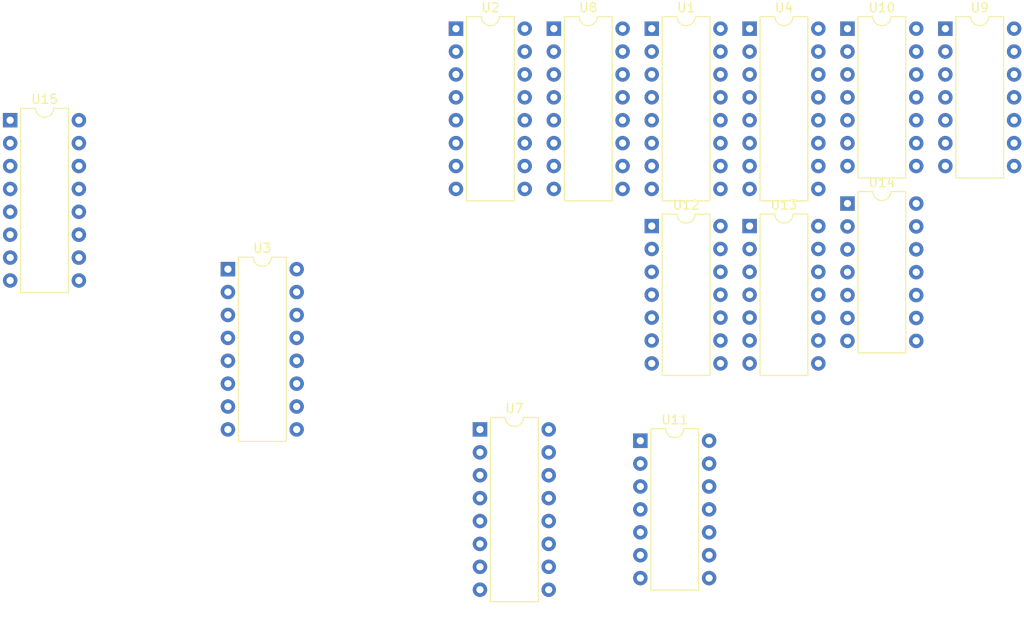
<source format=kicad_pcb>
(kicad_pcb (version 20211014) (generator pcbnew)
  (layers (0 "F.Cu" signal) (31 "B.Cu" signal) (34 "B.Paste" user) (35 "F.Paste" user) (36 "B.SilkS" user "B.Silkscreen") (37 "F.SilkS" user "F.Silkscreen") (38 "B.Mask" user) (39 "F.Mask" user) (44 "Edge.Cuts" user))
  (net 0 "")
  (net 2 "Net-(U7-Pad7)")
  (net 6 "Net-(U7-Pad2)")
  (net 7 "FLAG_C")
  (net 8 "GND")
  (net 9 "Net-(U1-Pad9)")
  (net 11 "Net-(U7-Pad15)")
  (net 15 "Net-(U7-Pad10)")
  (net 16 "+5V")
  (net 18 "Net-(U2-Pad2)")
  (net 22 "Net-(U10-Pad2)")
  (net 25 "Net-(U8-Pad15)")
  (net 29 "Net-(U2-Pad15)")
  (net 31 "Net-(U7-Pad6)")
  (net 35 "Net-(U7-Pad3)")
  (net 36 "FLAG_C_INV")
  (net 37 "Net-(U3-Pad9)")
  (net 39 "Net-(U7-Pad14)")
  (net 43 "Net-(U7-Pad11)")
  (net 45 "Net-(U8-Pad6)")
  (net 49 "Net-(U8-Pad3)")
  (net 52 "Net-(U8-Pad14)")
  (net 56 "Net-(U8-Pad11)")
  (net 118 "FLAG_Z")
  (net 123 "FLAG_INTMASK")
  (footprint "Package_DIP:DIP-16_W7.62mm" (layer "F.Cu") (at 80.02 90.185)
    (fp_text reference "U7" (at 3.81 -2.33) (layer "F.SilkS"))
    (fp_text value "74LS175")
    (fp_line (start 1.16 -1.33) (end 1.16 19.11) (layer "F.SilkS") (width 0.12))
    (fp_line (start 6.46 -1.33) (end 4.81 -1.33) (layer "F.SilkS") (width 0.12))
    (fp_line (start 6.46 19.11) (end 6.46 -1.33) (layer "F.SilkS") (width 0.12))
    (fp_line (start 1.16 19.11) (end 6.46 19.11) (layer "F.SilkS") (width 0.12))
    (fp_line (start 2.81 -1.33) (end 1.16 -1.33) (layer "F.SilkS") (width 0.12))
    (fp_arc (start 4.81 -1.33) (mid 3.81 -0.33) (end 2.81 -1.33) (layer "F.SilkS") (width 0.12))
    (pad "1" thru_hole rect (at 0 0) (size 1.6 1.6) (drill 0.8) (layers *.Cu *.Mask))
    (pad "2" thru_hole oval (at 0 2.54) (size 1.6 1.6) (drill 0.8) (layers *.Cu *.Mask) (net 6 "Net-(U7-Pad2)"))
    (pad "3" thru_hole oval (at 0 5.08) (size 1.6 1.6) (drill 0.8) (layers *.Cu *.Mask) (net 35 "Net-(U7-Pad3)"))
    (pad "4" thru_hole oval (at 0 7.62) (size 1.6 1.6) (drill 0.8) (layers *.Cu *.Mask))
    (pad "5" thru_hole oval (at 0 10.16) (size 1.6 1.6) (drill 0.8) (layers *.Cu *.Mask))
    (pad "6" thru_hole oval (at 0 12.7) (size 1.6 1.6) (drill 0.8) (layers *.Cu *.Mask) (net 31 "Net-(U7-Pad6)"))
    (pad "7" thru_hole oval (at 0 15.24) (size 1.6 1.6) (drill 0.8) (layers *.Cu *.Mask) (net 2 "Net-(U7-Pad7)"))
    (pad "8" thru_hole oval (at 0 17.78) (size 1.6 1.6) (drill 0.8) (layers *.Cu *.Mask) (net 8 "GND"))
    (pad "9" thru_hole oval (at 7.62 17.78) (size 1.6 1.6) (drill 0.8) (layers *.Cu *.Mask))
    (pad "10" thru_hole oval (at 7.62 15.24) (size 1.6 1.6) (drill 0.8) (layers *.Cu *.Mask) (net 15 "Net-(U7-Pad10)"))
    (pad "11" thru_hole oval (at 7.62 12.7) (size 1.6 1.6) (drill 0.8) (layers *.Cu *.Mask) (net 43 "Net-(U7-Pad11)"))
    (pad "12" thru_hole oval (at 7.62 10.16) (size 1.6 1.6) (drill 0.8) (layers *.Cu *.Mask))
    (pad "13" thru_hole oval (at 7.62 7.62) (size 1.6 1.6) (drill 0.8) (layers *.Cu *.Mask))
    (pad "14" thru_hole oval (at 7.62 5.08) (size 1.6 1.6) (drill 0.8) (layers *.Cu *.Mask) (net 39 "Net-(U7-Pad14)"))
    (pad "15" thru_hole oval (at 7.62 2.54) (size 1.6 1.6) (drill 0.8) (layers *.Cu *.Mask) (net 11 "Net-(U7-Pad15)"))
    (pad "16" thru_hole oval (at 7.62 0) (size 1.6 1.6) (drill 0.8) (layers *.Cu *.Mask) (net 16 "+5V"))
  )
  (footprint "Package_DIP:DIP-16_W7.62mm" (layer "F.Cu") (at 99.06 45.72)
    (fp_text reference "U1" (at 3.81 -2.33) (layer "F.SilkS"))
    (fp_text value "74LS283")
    (fp_line (start 2.81 -1.33) (end 1.16 -1.33) (layer "F.SilkS") (width 0.12))
    (fp_line (start 1.16 19.11) (end 6.46 19.11) (layer "F.SilkS") (width 0.12))
    (fp_line (start 6.46 -1.33) (end 4.81 -1.33) (layer "F.SilkS") (width 0.12))
    (fp_line (start 1.16 -1.33) (end 1.16 19.11) (layer "F.SilkS") (width 0.12))
    (fp_line (start 6.46 19.11) (end 6.46 -1.33) (layer "F.SilkS") (width 0.12))
    (fp_arc (start 4.81 -1.33) (mid 3.81 -0.33) (end 2.81 -1.33) (layer "F.SilkS") (width 0.12))
    (pad "1" thru_hole rect (at 0 0) (size 1.6 1.6) (drill 0.8) (layers *.Cu *.Mask))
    (pad "2" thru_hole oval (at 0 2.54) (size 1.6 1.6) (drill 0.8) (layers *.Cu *.Mask) (net 2 "Net-(U7-Pad7)"))
    (pad "3" thru_hole oval (at 0 5.08) (size 1.6 1.6) (drill 0.8) (layers *.Cu *.Mask))
    (pad "4" thru_hole oval (at 0 7.62) (size 1.6 1.6) (drill 0.8) (layers *.Cu *.Mask))
    (pad "5" thru_hole oval (at 0 10.16) (size 1.6 1.6) (drill 0.8) (layers *.Cu *.Mask))
    (pad "6" thru_hole oval (at 0 12.7) (size 1.6 1.6) (drill 0.8) (layers *.Cu *.Mask) (net 6 "Net-(U7-Pad2)"))
    (pad "7" thru_hole oval (at 0 15.24) (size 1.6 1.6) (drill 0.8) (layers *.Cu *.Mask) (net 7 "FLAG_C"))
    (pad "8" thru_hole oval (at 0 17.78) (size 1.6 1.6) (drill 0.8) (layers *.Cu *.Mask) (net 8 "GND"))
    (pad "9" thru_hole oval (at 7.62 17.78) (size 1.6 1.6) (drill 0.8) (layers *.Cu *.Mask) (net 9 "Net-(U1-Pad9)"))
    (pad "10" thru_hole oval (at 7.62 15.24) (size 1.6 1.6) (drill 0.8) (layers *.Cu *.Mask))
    (pad "11" thru_hole oval (at 7.62 12.7) (size 1.6 1.6) (drill 0.8) (layers *.Cu *.Mask) (net 11 "Net-(U7-Pad15)"))
    (pad "12" thru_hole oval (at 7.62 10.16) (size 1.6 1.6) (drill 0.8) (layers *.Cu *.Mask))
    (pad "13" thru_hole oval (at 7.62 7.62) (size 1.6 1.6) (drill 0.8) (layers *.Cu *.Mask))
    (pad "14" thru_hole oval (at 7.62 5.08) (size 1.6 1.6) (drill 0.8) (layers *.Cu *.Mask))
    (pad "15" thru_hole oval (at 7.62 2.54) (size 1.6 1.6) (drill 0.8) (layers *.Cu *.Mask) (net 15 "Net-(U7-Pad10)"))
    (pad "16" thru_hole oval (at 7.62 0) (size 1.6 1.6) (drill 0.8) (layers *.Cu *.Mask) (net 16 "+5V"))
  )
  (footprint "Package_DIP:DIP-14_W7.62mm" (layer "F.Cu") (at 109.91 67.62)
    (fp_text reference "U13" (at 3.81 -2.33) (layer "F.SilkS"))
    (fp_text value "74LS86")
    (fp_line (start 6.46 -1.33) (end 4.81 -1.33) (layer "F.SilkS") (width 0.12))
    (fp_line (start 1.16 16.57) (end 6.46 16.57) (layer "F.SilkS") (width 0.12))
    (fp_line (start 6.46 16.57) (end 6.46 -1.33) (layer "F.SilkS") (width 0.12))
    (fp_line (start 1.16 -1.33) (end 1.16 16.57) (layer "F.SilkS") (width 0.12))
    (fp_line (start 2.81 -1.33) (end 1.16 -1.33) (layer "F.SilkS") (width 0.12))
    (fp_arc (start 4.81 -1.33) (mid 3.81 -0.33) (end 2.81 -1.33) (layer "F.SilkS") (width 0.12))
    (pad "1" thru_hole rect (at 0 0) (size 1.6 1.6) (drill 0.8) (layers *.Cu *.Mask))
    (pad "2" thru_hole oval (at 0 2.54) (size 1.6 1.6) (drill 0.8) (layers *.Cu *.Mask) (net 6 "Net-(U7-Pad2)"))
    (pad "3" thru_hole oval (at 0 5.08) (size 1.6 1.6) (drill 0.8) (layers *.Cu *.Mask))
    (pad "4" thru_hole oval (at 0 7.62) (size 1.6 1.6) (drill 0.8) (layers *.Cu *.Mask))
    (pad "5" thru_hole oval (at 0 10.16) (size 1.6 1.6) (drill 0.8) (layers *.Cu *.Mask) (net 2 "Net-(U7-Pad7)"))
    (pad "6" thru_hole oval (at 0 12.7) (size 1.6 1.6) (drill 0.8) (layers *.Cu *.Mask))
    (pad "7" thru_hole oval (at 0 15.24) (size 1.6 1.6) (drill 0.8) (layers *.Cu *.Mask) (net 8 "GND"))
    (pad "8" thru_hole oval (at 7.62 15.24) (size 1.6 1.6) (drill 0.8) (layers *.Cu *.Mask))
    (pad "9" thru_hole oval (at 7.62 12.7) (size 1.6 1.6) (drill 0.8) (layers *.Cu *.Mask))
    (pad "10" thru_hole oval (at 7.62 10.16) (size 1.6 1.6) (drill 0.8) (layers *.Cu *.Mask) (net 15 "Net-(U7-Pad10)"))
    (pad "11" thru_hole oval (at 7.62 7.62) (size 1.6 1.6) (drill 0.8) (layers *.Cu *.Mask))
    (pad "12" thru_hole oval (at 7.62 5.08) (size 1.6 1.6) (drill 0.8) (layers *.Cu *.Mask))
    (pad "13" thru_hole oval (at 7.62 2.54) (size 1.6 1.6) (drill 0.8) (layers *.Cu *.Mask) (net 11 "Net-(U7-Pad15)"))
    (pad "14" thru_hole oval (at 7.62 0) (size 1.6 1.6) (drill 0.8) (layers *.Cu *.Mask) (net 16 "+5V"))
  )
  (footprint "Package_DIP:DIP-16_W7.62mm" (layer "F.Cu") (at 77.36 45.72)
    (fp_text reference "U2" (at 3.81 -2.33) (layer "F.SilkS"))
    (fp_text value "74LS283")
    (fp_line (start 1.16 -1.33) (end 1.16 19.11) (layer "F.SilkS") (width 0.12))
    (fp_line (start 2.81 -1.33) (end 1.16 -1.33) (layer "F.SilkS") (width 0.12))
    (fp_line (start 6.46 -1.33) (end 4.81 -1.33) (layer "F.SilkS") (width 0.12))
    (fp_line (start 1.16 19.11) (end 6.46 19.11) (layer "F.SilkS") (width 0.12))
    (fp_line (start 6.46 19.11) (end 6.46 -1.33) (layer "F.SilkS") (width 0.12))
    (fp_arc (start 4.81 -1.33) (mid 3.81 -0.33) (end 2.81 -1.33) (layer "F.SilkS") (width 0.12))
    (pad "1" thru_hole rect (at 0 0) (size 1.6 1.6) (drill 0.8) (layers *.Cu *.Mask))
    (pad "2" thru_hole oval (at 0 2.54) (size 1.6 1.6) (drill 0.8) (layers *.Cu *.Mask) (net 18 "Net-(U2-Pad2)"))
    (pad "3" thru_hole oval (at 0 5.08) (size 1.6 1.6) (drill 0.8) (layers *.Cu *.Mask))
    (pad "4" thru_hole oval (at 0 7.62) (size 1.6 1.6) (drill 0.8) (layers *.Cu *.Mask))
    (pad "5" thru_hole oval (at 0 10.16) (size 1.6 1.6) (drill 0.8) (layers *.Cu *.Mask))
    (pad "6" thru_hole oval (at 0 12.7) (size 1.6 1.6) (drill 0.8) (layers *.Cu *.Mask) (net 22 "Net-(U10-Pad2)"))
    (pad "7" thru_hole oval (at 0 15.24) (size 1.6 1.6) (drill 0.8) (layers *.Cu *.Mask) (net 9 "Net-(U1-Pad9)"))
    (pad "8" thru_hole oval (at 0 17.78) (size 1.6 1.6) (drill 0.8) (layers *.Cu *.Mask) (net 8 "GND"))
    (pad "9" thru_hole oval (at 7.62 17.78) (size 1.6 1.6) (drill 0.8) (layers *.Cu *.Mask))
    (pad "10" thru_hole oval (at 7.62 15.24) (size 1.6 1.6) (drill 0.8) (layers *.Cu *.Mask))
    (pad "11" thru_hole oval (at 7.62 12.7) (size 1.6 1.6) (drill 0.8) (layers *.Cu *.Mask) (net 25 "Net-(U8-Pad15)"))
    (pad "12" thru_hole oval (at 7.62 10.16) (size 1.6 1.6) (drill 0.8) (layers *.Cu *.Mask))
    (pad "13" thru_hole oval (at 7.62 7.62) (size 1.6 1.6) (drill 0.8) (layers *.Cu *.Mask))
    (pad "14" thru_hole oval (at 7.62 5.08) (size 1.6 1.6) (drill 0.8) (layers *.Cu *.Mask))
    (pad "15" thru_hole oval (at 7.62 2.54) (size 1.6 1.6) (drill 0.8) (layers *.Cu *.Mask) (net 29 "Net-(U2-Pad15)"))
    (pad "16" thru_hole oval (at 7.62 0) (size 1.6 1.6) (drill 0.8) (layers *.Cu *.Mask) (net 16 "+5V"))
  )
  (footprint "Package_DIP:DIP-16_W7.62mm" (layer "F.Cu") (at 52.08 72.405)
    (fp_text reference "U3" (at 3.81 -2.33) (layer "F.SilkS"))
    (fp_text value "74LS283")
    (fp_line (start 2.81 -1.33) (end 1.16 -1.33) (layer "F.SilkS") (width 0.12))
    (fp_line (start 1.16 19.11) (end 6.46 19.11) (layer "F.SilkS") (width 0.12))
    (fp_line (start 1.16 -1.33) (end 1.16 19.11) (layer "F.SilkS") (width 0.12))
    (fp_line (start 6.46 19.11) (end 6.46 -1.33) (layer "F.SilkS") (width 0.12))
    (fp_line (start 6.46 -1.33) (end 4.81 -1.33) (layer "F.SilkS") (width 0.12))
    (fp_arc (start 4.81 -1.33) (mid 3.81 -0.33) (end 2.81 -1.33) (layer "F.SilkS") (width 0.12))
    (pad "1" thru_hole rect (at 0 0) (size 1.6 1.6) (drill 0.8) (layers *.Cu *.Mask))
    (pad "2" thru_hole oval (at 0 2.54) (size 1.6 1.6) (drill 0.8) (layers *.Cu *.Mask) (net 31 "Net-(U7-Pad6)"))
    (pad "3" thru_hole oval (at 0 5.08) (size 1.6 1.6) (drill 0.8) (layers *.Cu *.Mask))
    (pad "4" thru_hole oval (at 0 7.62) (size 1.6 1.6) (drill 0.8) (layers *.Cu *.Mask))
    (pad "5" thru_hole oval (at 0 10.16) (size 1.6 1.6) (drill 0.8) (layers *.Cu *.Mask))
    (pad "6" thru_hole oval (at 0 12.7) (size 1.6 1.6) (drill 0.8) (layers *.Cu *.Mask) (net 35 "Net-(U7-Pad3)"))
    (pad "7" thru_hole oval (at 0 15.24) (size 1.6 1.6) (drill 0.8) (layers *.Cu *.Mask) (net 36 "FLAG_C_INV"))
    (pad "8" thru_hole oval (at 0 17.78) (size 1.6 1.6) (drill 0.8) (layers *.Cu *.Mask) (net 8 "GND"))
    (pad "9" thru_hole oval (at 7.62 17.78) (size 1.6 1.6) (drill 0.8) (layers *.Cu *.Mask) (net 37 "Net-(U3-Pad9)"))
    (pad "10" thru_hole oval (at 7.62 15.24) (size 1.6 1.6) (drill 0.8) (layers *.Cu *.Mask))
    (pad "11" thru_hole oval (at 7.62 12.7) (size 1.6 1.6) (drill 0.8) (layers *.Cu *.Mask) (net 39 "Net-(U7-Pad14)"))
    (pad "12" thru_hole oval (at 7.62 10.16) (size 1.6 1.6) (drill 0.8) (layers *.Cu *.Mask))
    (pad "13" thru_hole oval (at 7.62 7.62) (size 1.6 1.6) (drill 0.8) (layers *.Cu *.Mask))
    (pad "14" thru_hole oval (at 7.62 5.08) (size 1.6 1.6) (drill 0.8) (layers *.Cu *.Mask))
    (pad "15" thru_hole oval (at 7.62 2.54) (size 1.6 1.6) (drill 0.8) (layers *.Cu *.Mask) (net 43 "Net-(U7-Pad11)"))
    (pad "16" thru_hole oval (at 7.62 0) (size 1.6 1.6) (drill 0.8) (layers *.Cu *.Mask) (net 16 "+5V"))
  )
  (footprint "Package_DIP:DIP-14_W7.62mm" (layer "F.Cu") (at 120.76 65.12)
    (fp_text reference "U14" (at 3.81 -2.33) (layer "F.SilkS"))
    (fp_text value "74LS86")
    (fp_line (start 6.46 -1.33) (end 4.81 -1.33) (layer "F.SilkS") (width 0.12))
    (fp_line (start 1.16 -1.33) (end 1.16 16.57) (layer "F.SilkS") (width 0.12))
    (fp_line (start 2.81 -1.33) (end 1.16 -1.33) (layer "F.SilkS") (width 0.12))
    (fp_line (start 1.16 16.57) (end 6.46 16.57) (layer "F.SilkS") (width 0.12))
    (fp_line (start 6.46 16.57) (end 6.46 -1.33) (layer "F.SilkS") (width 0.12))
    (fp_arc (start 4.81 -1.33) (mid 3.81 -0.33) (end 2.81 -1.33) (layer "F.SilkS") (width 0.12))
    (pad "1" thru_hole rect (at 0 0) (size 1.6 1.6) (drill 0.8) (layers *.Cu *.Mask))
    (pad "2" thru_hole oval (at 0 2.54) (size 1.6 1.6) (drill 0.8) (layers *.Cu *.Mask) (net 22 "Net-(U10-Pad2)"))
    (pad "3" thru_hole oval (at 0 5.08) (size 1.6 1.6) (drill 0.8) (layers *.Cu *.Mask))
    (pad "4" thru_hole oval (at 0 7.62) (size 1.6 1.6) (drill 0.8) (layers *.Cu *.Mask))
    (pad "5" thru_hole oval (at 0 10.16) (size 1.6 1.6) (drill 0.8) (layers *.Cu *.Mask) (net 18 "Net-(U2-Pad2)"))
    (pad "6" thru_hole oval (at 0 12.7) (size 1.6 1.6) (drill 0.8) (layers *.Cu *.Mask))
    (pad "7" thru_hole oval (at 0 15.24) (size 1.6 1.6) (drill 0.8) (layers *.Cu *.Mask) (net 8 "GND"))
    (pad "8" thru_hole oval (at 7.62 15.24) (size 1.6 1.6) (drill 0.8) (layers *.Cu *.Mask))
    (pad "9" thru_hole oval (at 7.62 12.7) (size 1.6 1.6) (drill 0.8) (layers *.Cu *.Mask))
    (pad "10" thru_hole oval (at 7.62 10.16) (size 1.6 1.6) (drill 0.8) (layers *.Cu *.Mask) (net 29 "Net-(U2-Pad15)"))
    (pad "11" thru_hole oval (at 7.62 7.62) (size 1.6 1.6) (drill 0.8) (layers *.Cu *.Mask))
    (pad "12" thru_hole oval (at 7.62 5.08) (size 1.6 1.6) (drill 0.8) (layers *.Cu *.Mask))
    (pad "13" thru_hole oval (at 7.62 2.54) (size 1.6 1.6) (drill 0.8) (layers *.Cu *.Mask) (net 25 "Net-(U8-Pad15)"))
    (pad "14" thru_hole oval (at 7.62 0) (size 1.6 1.6) (drill 0.8) (layers *.Cu *.Mask) (net 16 "+5V"))
  )
  (footprint "Package_DIP:DIP-16_W7.62mm" (layer "F.Cu") (at 109.91 45.72)
    (fp_text reference "U4" (at 3.81 -2.33) (layer "F.SilkS"))
    (fp_text value "74LS283")
    (fp_line (start 6.46 -1.33) (end 4.81 -1.33) (layer "F.SilkS") (width 0.12))
    (fp_line (start 2.81 -1.33) (end 1.16 -1.33) (layer "F.SilkS") (width 0.12))
    (fp_line (start 6.46 19.11) (end 6.46 -1.33) (layer "F.SilkS") (width 0.12))
    (fp_line (start 1.16 -1.33) (end 1.16 19.11) (layer "F.SilkS") (width 0.12))
    (fp_line (start 1.16 19.11) (end 6.46 19.11) (layer "F.SilkS") (width 0.12))
    (fp_arc (start 4.81 -1.33) (mid 3.81 -0.33) (end 2.81 -1.33) (layer "F.SilkS") (width 0.12))
    (pad "1" thru_hole rect (at 0 0) (size 1.6 1.6) (drill 0.8) (layers *.Cu *.Mask))
    (pad "2" thru_hole oval (at 0 2.54) (size 1.6 1.6) (drill 0.8) (layers *.Cu *.Mask) (net 45 "Net-(U8-Pad6)"))
    (pad "3" thru_hole oval (at 0 5.08) (size 1.6 1.6) (drill 0.8) (layers *.Cu *.Mask))
    (pad "4" thru_hole oval (at 0 7.62) (size 1.6 1.6) (drill 0.8) (layers *.Cu *.Mask))
    (pad "5" thru_hole oval (at 0 10.16) (size 1.6 1.6) (drill 0.8) (layers *.Cu *.Mask))
    (pad "6" thru_hole oval (at 0 12.7) (size 1.6 1.6) (drill 0.8) (layers *.Cu *.Mask) (net 49 "Net-(U8-Pad3)"))
    (pad "7" thru_hole oval (at 0 15.24) (size 1.6 1.6) (drill 0.8) (layers *.Cu *.Mask) (net 37 "Net-(U3-Pad9)"))
    (pad "8" thru_hole oval (at 0 17.78) (size 1.6 1.6) (drill 0.8) (layers *.Cu *.Mask) (net 8 "GND"))
    (pad "9" thru_hole oval (at 7.62 17.78) (size 1.6 1.6) (drill 0.8) (layers *.Cu *.Mask))
    (pad "10" thru_hole oval (at 7.62 15.24) (size 1.6 1.6) (drill 0.8) (layers *.Cu *.Mask))
    (pad "11" thru_hole oval (at 7.62 12.7) (size 1.6 1.6) (drill 0.8) (layers *.Cu *.Mask) (net 52 "Net-(U8-Pad14)"))
    (pad "12" thru_hole oval (at 7.62 10.16) (size 1.6 1.6) (drill 0.8) (layers *.Cu *.Mask))
    (pad "13" thru_hole oval (at 7.62 7.62) (size 1.6 1.6) (drill 0.8) (layers *.Cu *.Mask))
    (pad "14" thru_hole oval (at 7.62 5.08) (size 1.6 1.6) (drill 0.8) (layers *.Cu *.Mask))
    (pad "15" thru_hole oval (at 7.62 2.54) (size 1.6 1.6) (drill 0.8) (layers *.Cu *.Mask) (net 56 "Net-(U8-Pad11)"))
    (pad "16" thru_hole oval (at 7.62 0) (size 1.6 1.6) (drill 0.8) (layers *.Cu *.Mask) (net 16 "+5V"))
  )
  (footprint "Package_DIP:DIP-14_W7.62mm" (layer "F.Cu") (at 131.61 45.72)
    (fp_text reference "U9" (at 3.81 -2.33) (layer "F.SilkS"))
    (fp_text value "74LS08")
    (fp_line (start 6.46 -1.33) (end 4.81 -1.33) (layer "F.SilkS") (width 0.12))
    (fp_line (start 6.46 16.57) (end 6.46 -1.33) (layer "F.SilkS") (width 0.12))
    (fp_line (start 2.81 -1.33) (end 1.16 -1.33) (layer "F.SilkS") (width 0.12))
    (fp_line (start 1.16 16.57) (end 6.46 16.57) (layer "F.SilkS") (width 0.12))
    (fp_line (start 1.16 -1.33) (end 1.16 16.57) (layer "F.SilkS") (width 0.12))
    (fp_arc (start 4.81 -1.33) (mid 3.81 -0.33) (end 2.81 -1.33) (layer "F.SilkS") (width 0.12))
    (pad "1" thru_hole rect (at 0 0) (size 1.6 1.6) (drill 0.8) (layers *.Cu *.Mask))
    (pad "2" thru_hole oval (at 0 2.54) (size 1.6 1.6) (drill 0.8) (layers *.Cu *.Mask) (net 6 "Net-(U7-Pad2)"))
    (pad "3" thru_hole oval (at 0 5.08) (size 1.6 1.6) (drill 0.8) (layers *.Cu *.Mask))
    (pad "4" thru_hole oval (at 0 7.62) (size 1.6 1.6) (drill 0.8) (layers *.Cu *.Mask))
    (pad "5" thru_hole oval (at 0 10.16) (size 1.6 1.6) (drill 0.8) (layers *.Cu *.Mask) (net 2 "Net-(U7-Pad7)"))
    (pad "6" thru_hole oval (at 0 12.7) (size 1.6 1.6) (drill 0.8) (layers *.Cu *.Mask))
    (pad "7" thru_hole oval (at 0 15.24) (size 1.6 1.6) (drill 0.8) (layers *.Cu *.Mask) (net 8 "GND"))
    (pad "8" thru_hole oval (at 7.62 15.24) (size 1.6 1.6) (drill 0.8) (layers *.Cu *.Mask))
    (pad "9" thru_hole oval (at 7.62 12.7) (size 1.6 1.6) (drill 0.8) (layers *.Cu *.Mask))
    (pad "10" thru_hole oval (at 7.62 10.16) (size 1.6 1.6) (drill 0.8) (layers *.Cu *.Mask) (net 15 "Net-(U7-Pad10)"))
    (pad "11" thru_hole oval (at 7.62 7.62) (size 1.6 1.6) (drill 0.8) (layers *.Cu *.Mask))
    (pad "12" thru_hole oval (at 7.62 5.08) (size 1.6 1.6) (drill 0.8) (layers *.Cu *.Mask))
    (pad "13" thru_hole oval (at 7.62 2.54) (size 1.6 1.6) (drill 0.8) (layers *.Cu *.Mask) (net 11 "Net-(U7-Pad15)"))
    (pad "14" thru_hole oval (at 7.62 0) (size 1.6 1.6) (drill 0.8) (layers *.Cu *.Mask) (net 16 "+5V"))
  )
  (footprint "Package_DIP:DIP-14_W7.62mm" (layer "F.Cu") (at 97.8 91.435)
    (fp_text reference "U11" (at 3.81 -2.33) (layer "F.SilkS"))
    (fp_text value "74LS32")
    (fp_line (start 6.46 16.57) (end 6.46 -1.33) (layer "F.SilkS") (width 0.12))
    (fp_line (start 1.16 16.57) (end 6.46 16.57) (layer "F.SilkS") (width 0.12))
    (fp_line (start 1.16 -1.33) (end 1.16 16.57) (layer "F.SilkS") (width 0.12))
    (fp_line (start 6.46 -1.33) (end 4.81 -1.33) (layer "F.SilkS") (width 0.12))
    (fp_line (start 2.81 -1.33) (end 1.16 -1.33) (layer "F.SilkS") (width 0.12))
    (fp_arc (start 4.81 -1.33) (mid 3.81 -0.33) (end 2.81 -1.33) (layer "F.SilkS") (width 0.12))
    (pad "1" thru_hole rect (at 0 0) (size 1.6 1.6) (drill 0.8) (layers *.Cu *.Mask))
    (pad "2" thru_hole oval (at 0 2.54) (size 1.6 1.6) (drill 0.8) (layers *.Cu *.Mask) (net 6 "Net-(U7-Pad2)"))
    (pad "3" thru_hole oval (at 0 5.08) (size 1.6 1.6) (drill 0.8) (layers *.Cu *.Mask))
    (pad "4" thru_hole oval (at 0 7.62) (size 1.6 1.6) (drill 0.8) (layers *.Cu *.Mask))
    (pad "5" thru_hole oval (at 0 10.16) (size 1.6 1.6) (drill 0.8) (layers *.Cu *.Mask) (net 2 "Net-(U7-Pad7)"))
    (pad "6" thru_hole oval (at 0 12.7) (size 1.6 1.6) (drill 0.8) (layers *.Cu *.Mask))
    (pad "7" thru_hole oval (at 0 15.24) (size 1.6 1.6) (drill 0.8) (layers *.Cu *.Mask) (net 8 "GND"))
    (pad "8" thru_hole oval (at 7.62 15.24) (size 1.6 1.6) (drill 0.8) (layers *.Cu *.Mask))
    (pad "9" thru_hole oval (at 7.62 12.7) (size 1.6 1.6) (drill 0.8) (layers *.Cu *.Mask))
    (pad "10" thru_hole oval (at 7.62 10.16) (size 1.6 1.6) (drill 0.8) (layers *.Cu *.Mask) (net 15 "Net-(U7-Pad10)"))
    (pad "11" thru_hole oval (at 7.62 7.62) (size 1.6 1.6) (drill 0.8) (layers *.Cu *.Mask))
    (pad "12" thru_hole oval (at 7.62 5.08) (size 1.6 1.6) (drill 0.8) (layers *.Cu *.Mask))
    (pad "13" thru_hole oval (at 7.62 2.54) (size 1.6 1.6) (drill 0.8) (layers *.Cu *.Mask) (net 11 "Net-(U7-Pad15)"))
    (pad "14" thru_hole oval (at 7.62 0) (size 1.6 1.6) (drill 0.8) (layers *.Cu *.Mask) (net 16 "+5V"))
  )
  (footprint "Package_DIP:DIP-16_W7.62mm" (layer "F.Cu") (at 88.21 45.72)
    (fp_text reference "U8" (at 3.81 -2.33) (layer "F.SilkS"))
    (fp_text value "74LS175")
    (fp_line (start 2.81 -1.33) (end 1.16 -1.33) (layer "F.SilkS") (width 0.12))
    (fp_line (start 6.46 -1.33) (end 4.81 -1.33) (layer "F.SilkS") (width 0.12))
    (fp_line (start 1.16 -1.33) (end 1.16 19.11) (layer "F.SilkS") (width 0.12))
    (fp_line (start 6.46 19.11) (end 6.46 -1.33) (layer "F.SilkS") (width 0.12))
    (fp_line (start 1.16 19.11) (end 6.46 19.11) (layer "F.SilkS") (width 0.12))
    (fp_arc (start 4.81 -1.33) (mid 3.81 -0.33) (end 2.81 -1.33) (layer "F.SilkS") (width 0.12))
    (pad "1" thru_hole rect (at 0 0) (size 1.6 1.6) (drill 0.8) (layers *.Cu *.Mask))
    (pad "2" thru_hole oval (at 0 2.54) (size 1.6 1.6) (drill 0.8) (layers *.Cu *.Mask) (net 22 "Net-(U10-Pad2)"))
    (pad "3" thru_hole oval (at 0 5.08) (size 1.6 1.6) (drill 0.8) (layers *.Cu *.Mask) (net 49 "Net-(U8-Pad3)"))
    (pad "4" thru_hole oval (at 0 7.62) (size 1.6 1.6) (drill 0.8) (layers *.Cu *.Mask))
    (pad "5" thru_hole oval (at 0 10.16) (size 1.6 1.6) (drill 0.8) (layers *.Cu *.Mask))
    (pad "6" thru_hole oval (at 0 12.7) (size 1.6 1.6) (drill 0.8) (layers *.Cu *.Mask) (net 45 "Net-(U8-Pad6)"))
    (pad "7" thru_hole oval (at 0 15.24) (size 1.6 1.6) (drill 0.8) (layers *.Cu *.Mask) (net 18 "Net-(U2-Pad2)"))
    (pad "8" thru_hole oval (at 0 17.78) (size 1.6 1.6) (drill 0.8) (layers *.Cu *.Mask) (net 8 "GND"))
    (pad "9" thru_hole oval (at 7.62 17.78) (size 1.6 1.6) (drill 0.8) (layers *.Cu *.Mask))
    (pad "10" thru_hole oval (at 7.62 15.24) (size 1.6 1.6) (drill 0.8) (layers *.Cu *.Mask) (net 29 "Net-(U2-Pad15)"))
    (pad "11" thru_hole oval (at 7.62 12.7) (size 1.6 1.6) (drill 0.8) (layers *.Cu *.Mask) (net 56 "Net-(U8-Pad11)"))
    (pad "12" thru_hole oval (at 7.62 10.16) (size 1.6 1.6) (drill 0.8) (layers *.Cu *.Mask))
    (pad "13" thru_hole oval (at 7.62 7.62) (size 1.6 1.6) (drill 0.8) (layers *.Cu *.Mask))
    (pad "14" thru_hole oval (at 7.62 5.08) (size 1.6 1.6) (drill 0.8) (layers *.Cu *.Mask) (net 52 "Net-(U8-Pad14)"))
    (pad "15" thru_hole oval (at 7.62 2.54) (size 1.6 1.6) (drill 0.8) (layers *.Cu *.Mask) (net 25 "Net-(U8-Pad15)"))
    (pad "16" thru_hole oval (at 7.62 0) (size 1.6 1.6) (drill 0.8) (layers *.Cu *.Mask) (net 16 "+5V"))
  )
  (footprint "Package_DIP:DIP-14_W7.62mm" (layer "F.Cu") (at 99.06 67.62)
    (fp_text reference "U12" (at 3.81 -2.33) (layer "F.SilkS"))
    (fp_text value "74LS32")
    (fp_line (start 2.81 -1.33) (end 1.16 -1.33) (layer "F.SilkS") (width 0.12))
    (fp_line (start 6.46 16.57) (end 6.46 -1.33) (layer "F.SilkS") (width 0.12))
    (fp_line (start 6.46 -1.33) (end 4.81 -1.33) (layer "F.SilkS") (width 0.12))
    (fp_line (start 1.16 16.57) (end 6.46 16.57) (layer "F.SilkS") (width 0.12))
    (fp_line (start 1.16 -1.33) (end 1.16 16.57) (layer "F.SilkS") (width 0.12))
    (fp_arc (start 4.81 -1.33) (mid 3.81 -0.33) (end 2.81 -1.33) (layer "F.SilkS") (width 0.12))
    (pad "1" thru_hole rect (at 0 0) (size 1.6 1.6) (drill 0.8) (layers *.Cu *.Mask))
    (pad "2" thru_hole oval (at 0 2.54) (size 1.6 1.6) (drill 0.8) (layers *.Cu *.Mask) (net 22 "Net-(U10-Pad2)"))
    (pad "3" thru_hole oval (at 0 5.08) (size 1.6 1.6) (drill 0.8) (layers *.Cu *.Mask))
    (pad "4" thru_hole oval (at 0 7.62) (size 1.6 1.6) (drill 0.8) (layers *.Cu *.Mask))
    (pad "5" thru_hole oval (at 0 10.16) (size 1.6 1.6) (drill 0.8) (layers *.Cu *.Mask) (net 18 "Net-(U2-Pad2)"))
    (pad "6" thru_hole oval (at 0 12.7) (size 1.6 1.6) (drill 0.8) (layers *.Cu *.Mask))
    (pad "7" thru_hole oval (at 0 15.24) (size 1.6 1.6) (drill 0.8) (layers *.Cu *.Mask) (net 8 "GND"))
    (pad "8" thru_hole oval (at 7.62 15.24) (size 1.6 1.6) (drill 0.8) (layers *.Cu *.Mask))
    (pad "9" thru_hole oval (at 7.62 12.7) (size 1.6 1.6) (drill 0.8) (layers *.Cu *.Mask))
    (pad "10" thru_hole oval (at 7.62 10.16) (size 1.6 1.6) (drill 0.8) (layers *.Cu *.Mask) (net 29 "Net-(U2-Pad15)"))
    (pad "11" thru_hole oval (at 7.62 7.62) (size 1.6 1.6) (drill 0.8) (layers *.Cu *.Mask))
    (pad "12" thru_hole oval (at 7.62 5.08) (size 1.6 1.6) (drill 0.8) (layers *.Cu *.Mask))
    (pad "13" thru_hole oval (at 7.62 2.54) (size 1.6 1.6) (drill 0.8) (layers *.Cu *.Mask) (net 25 "Net-(U8-Pad15)"))
    (pad "14" thru_hole oval (at 7.62 0) (size 1.6 1.6) (drill 0.8) (layers *.Cu *.Mask) (net 16 "+5V"))
  )
  (footprint "Package_DIP:DIP-16_W7.62mm" (layer "F.Cu") (at 27.94 55.88)
    (fp_text reference "U15" (at 3.81 -2.33) (layer "F.SilkS"))
    (fp_text value "74LS175")
    (fp_line (start 6.46 -1.33) (end 4.81 -1.33) (layer "F.SilkS") (width 0.12))
    (fp_line (start 1.16 -1.33) (end 1.16 19.11) (layer "F.SilkS") (width 0.12))
    (fp_line (start 2.81 -1.33) (end 1.16 -1.33) (layer "F.SilkS") (width 0.12))
    (fp_line (start 6.46 19.11) (end 6.46 -1.33) (layer "F.SilkS") (width 0.12))
    (fp_line (start 1.16 19.11) (end 6.46 19.11) (layer "F.SilkS") (width 0.12))
    (fp_arc (start 4.81 -1.33) (mid 3.81 -0.33) (end 2.81 -1.33) (layer "F.SilkS") (width 0.12))
    (pad "1" thru_hole rect (at 0 0) (size 1.6 1.6) (drill 0.8) (layers *.Cu *.Mask))
    (pad "2" thru_hole oval (at 0 2.54) (size 1.6 1.6) (drill 0.8) (layers *.Cu *.Mask) (net 118 "FLAG_Z"))
    (pad "3" thru_hole oval (at 0 5.08) (size 1.6 1.6) (drill 0.8) (layers *.Cu *.Mask))
    (pad "4" thru_hole oval (at 0 7.62) (size 1.6 1.6) (drill 0.8) (layers *.Cu *.Mask))
    (pad "5" thru_hole oval (at 0 10.16) (size 1.6 1.6) (drill 0.8) (layers *.Cu *.Mask))
    (pad "6" thru_hole oval (at 0 12.7) (size 1.6 1.6) (drill 0.8) (layers *.Cu *.Mask) (net 36 "FLAG_C_INV"))
    (pad "7" thru_hole oval (at 0 15.24) (size 1.6 1.6) (drill 0.8) (layers *.Cu *.Mask) (net 7 "FLAG_C"))
    (pad "8" thru_hole oval (at 0 17.78) (size 1.6 1.6) (drill 0.8) (layers *.Cu *.Mask) (net 8 "GND"))
    (pad "9" thru_hole oval (at 7.62 17.78) (size 1.6 1.6) (drill 0.8) (layers *.Cu *.Mask))
    (pad "10" thru_hole oval (at 7.62 15.24) (size 1.6 1.6) (drill 0.8) (layers *.Cu *.Mask) (net 123 "FLAG_INTMASK"))
    (pad "11" thru_hole oval (at 7.62 12.7) (size 1.6 1.6) (drill 0.8) (layers *.Cu *.Mask))
    (pad "12" thru_hole oval (at 7.62 10.16) (size 1.6 1.6) (drill 0.8) (layers *.Cu *.Mask))
    (pad "13" thru_hole oval (at 7.62 7.62) (size 1.6 1.6) (drill 0.8) (layers *.Cu *.Mask))
    (pad "14" thru_hole oval (at 7.62 5.08) (size 1.6 1.6) (drill 0.8) (layers *.Cu *.Mask))
    (pad "15" thru_hole oval (at 7.62 2.54) (size 1.6 1.6) (drill 0.8) (layers *.Cu *.Mask))
    (pad "16" thru_hole oval (at 7.62 0) (size 1.6 1.6) (drill 0.8) (layers *.Cu *.Mask) (net 16 "+5V"))
  )
  (footprint "Package_DIP:DIP-14_W7.62mm" (layer "F.Cu") (at 120.76 45.72)
    (fp_text reference "U10" (at 3.81 -2.33) (layer "F.SilkS"))
    (fp_text value "74LS08")
    (fp_line (start 1.16 -1.33) (end 1.16 16.57) (layer "F.SilkS") (width 0.12))
    (fp_line (start 1.16 16.57) (end 6.46 16.57) (layer "F.SilkS") (width 0.12))
    (fp_line (start 6.46 16.57) (end 6.46 -1.33) (layer "F.SilkS") (width 0.12))
    (fp_line (start 2.81 -1.33) (end 1.16 -1.33) (layer "F.SilkS") (width 0.12))
    (fp_line (start 6.46 -1.33) (end 4.81 -1.33) (layer "F.SilkS") (width 0.12))
    (fp_arc (start 4.81 -1.33) (mid 3.81 -0.33) (end 2.81 -1.33) (layer "F.SilkS") (width 0.12))
    (pad "1" thru_hole rect (at 0 0) (size 1.6 1.6) (drill 0.8) (layers *.Cu *.Mask))
    (pad "2" thru_hole oval (at 0 2.54) (size 1.6 1.6) (drill 0.8) (layers *.Cu *.Mask) (net 22 "Net-(U10-Pad2)"))
    (pad "3" thru_hole oval (at 0 5.08) (size 1.6 1.6) (drill 0.8) (layers *.Cu *.Mask))
    (pad "4" thru_hole oval (at 0 7.62) (size 1.6 1.6) (drill 0.8) (layers *.Cu *.Mask))
    (pad "5" thru_hole oval (at 0 10.16) (size 1.6 1.6) (drill 0.8) (layers *.Cu *.Mask) (net 18 "Net-(U2-Pad2)"))
    (pad "6" thru_hole oval (at 0 12.7) (size 1.6 1.6) (drill 0.8) (layers *.Cu *.Mask))
    (pad "7" thru_hole oval (at 0 15.24) (size 1.6 1.6) (drill 0.8) (layers *.Cu *.Mask) (net 8 "GND"))
    (pad "8" thru_hole oval (at 7.62 15.24) (size 1.6 1.6) (drill 0.8) (layers *.Cu *.Mask))
    (pad "9" thru_hole oval (at 7.62 12.7) (size 1.6 1.6) (drill 0.8) (layers *.Cu *.Mask))
    (pad "10" thru_hole oval (at 7.62 10.16) (size 1.6 1.6) (drill 0.8) (layers *.Cu *.Mask) (net 29 "Net-(U2-Pad15)"))
    (pad "11" thru_hole oval (at 7.62 7.62) (size 1.6 1.6) (drill 0.8) (layers *.Cu *.Mask))
    (pad "12" thru_hole oval (at 7.62 5.08) (size 1.6 1.6) (drill 0.8) (layers *.Cu *.Mask))
    (pad "13" thru_hole oval (at 7.62 2.54) (size 1.6 1.6) (drill 0.8) (layers *.Cu *.Mask) (net 25 "Net-(U8-Pad15)"))
    (pad "14" thru_hole oval (at 7.62 0) (size 1.6 1.6) (drill 0.8) (layers *.Cu *.Mask) (net 16 "+5V"))
  )
)
</source>
